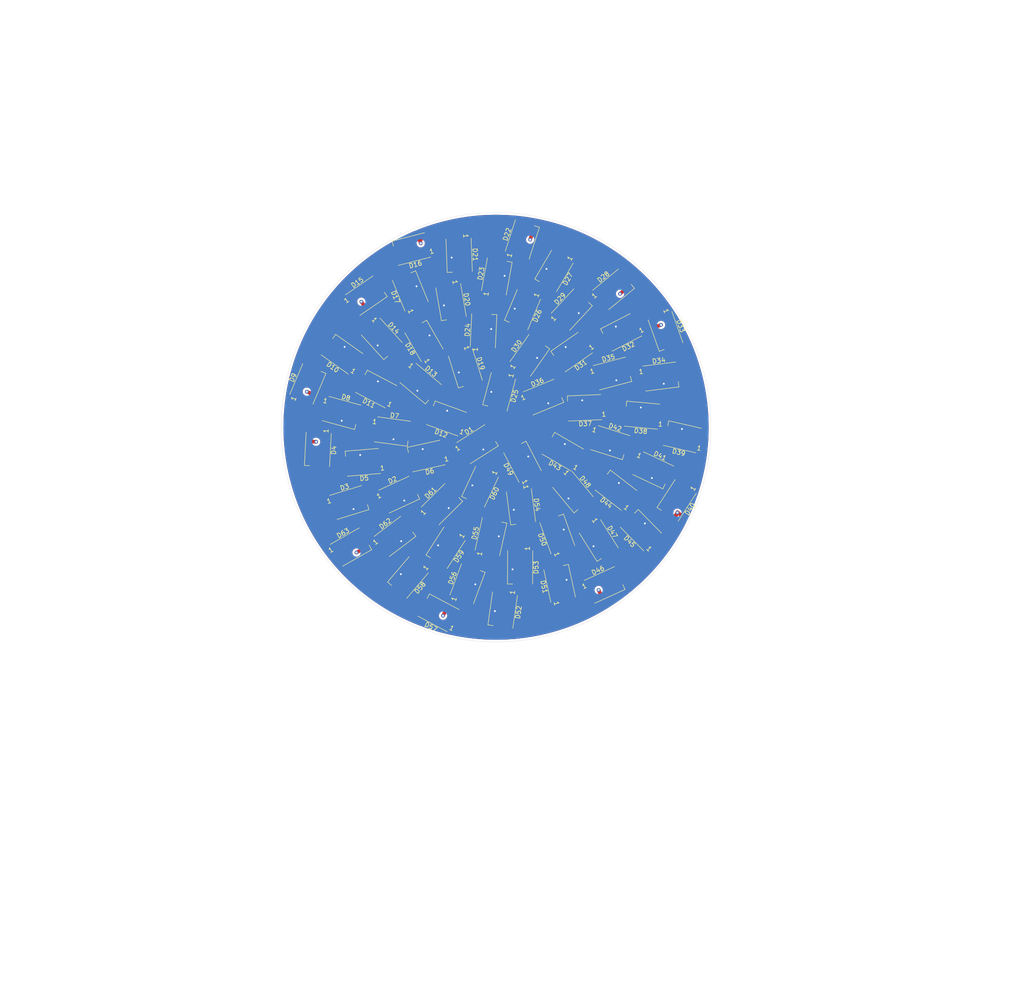
<source format=kicad_pcb>
(kicad_pcb (version 20240108) (generator "pcbnew") (generator_version "8.0")
  (layers (0 "F.Cu" signal) (31 "B.Cu" signal) (34 "B.Paste" user) (35 "F.Paste" user) (36 "B.SilkS" user "B.Silkscreen") (37 "F.SilkS" user "F.Silkscreen") (38 "B.Mask" user) (39 "F.Mask" user) (44 "Edge.Cuts" user))
  (net 0 "")
  (net 1 "GND")
  (net 2 "Net-(D1-DOUT)")
  (net 3 "VCC")
  (net 5 "Net-(D2-DOUT)")
  (net 6 "Net-(D3-DOUT)")
  (net 7 "Net-(D4-DOUT)")
  (net 8 "Net-(D5-DOUT)")
  (net 9 "Net-(D6-DOUT)")
  (net 10 "Net-(D7-DOUT)")
  (net 11 "Net-(D8-DOUT)")
  (net 12 "Net-(D10-DIN)")
  (net 13 "Net-(D10-DOUT)")
  (net 14 "Net-(D11-DOUT)")
  (net 15 "Net-(D12-DOUT)")
  (net 16 "Net-(D13-DOUT)")
  (net 17 "Net-(D14-DOUT)")
  (net 18 "Net-(D15-DOUT)")
  (net 19 "Net-(D16-DOUT)")
  (net 20 "Net-(D17-DOUT)")
  (net 21 "Net-(D18-DOUT)")
  (net 22 "Net-(D19-DOUT)")
  (net 23 "Net-(D20-DOUT)")
  (net 24 "Net-(D21-DOUT)")
  (net 25 "Net-(D22-DOUT)")
  (net 26 "Net-(D23-DOUT)")
  (net 27 "Net-(D24-DOUT)")
  (net 28 "Net-(D25-DOUT)")
  (net 29 "Net-(D26-DOUT)")
  (net 30 "Net-(D27-DOUT)")
  (net 31 "Net-(D28-DOUT)")
  (net 32 "Net-(D29-DOUT)")
  (net 33 "Net-(D30-DOUT)")
  (net 34 "Net-(D31-DOUT)")
  (net 35 "Net-(D32-DOUT)")
  (net 36 "Net-(D33-DOUT)")
  (net 37 "Net-(D34-DOUT)")
  (net 38 "Net-(D35-DOUT)")
  (net 39 "Net-(D36-DOUT)")
  (net 40 "Net-(D37-DOUT)")
  (net 41 "Net-(D38-DOUT)")
  (net 42 "Net-(D39-DOUT)")
  (net 43 "Net-(D40-DOUT)")
  (net 44 "Net-(D41-DOUT)")
  (net 45 "Net-(D42-DOUT)")
  (net 46 "Net-(D43-DOUT)")
  (net 47 "Net-(D44-DOUT)")
  (net 48 "Net-(D45-DOUT)")
  (net 49 "Net-(D46-DOUT)")
  (net 50 "Net-(D47-DOUT)")
  (net 51 "Net-(D48-DOUT)")
  (net 52 "Net-(D49-DOUT)")
  (net 53 "Net-(D50-DOUT)")
  (net 54 "Net-(D51-DOUT)")
  (net 55 "Net-(D52-DOUT)")
  (net 56 "Net-(D53-DOUT)")
  (net 57 "Net-(D54-DOUT)")
  (net 58 "Net-(D55-DOUT)")
  (net 59 "Net-(D56-DOUT)")
  (net 60 "Net-(D57-DOUT)")
  (net 61 "Net-(D58-DOUT)")
  (net 62 "Net-(D59-DOUT)")
  (net 63 "Net-(D60-DOUT)")
  (net 64 "Net-(D61-DOUT)")
  (net 65 "unconnected-(D62-DOUT-Pad2)")
  (footprint "LED_SMD:LED_WS2812B_PLCC4_5.0x5.0mm_P3.2mm" (layer "F.Cu") (at 184.374839 109.42711 -25.336)
    (property "Reference" "D41")
    (property "Value" "WS2812B")
  )
  (footprint "LED_SMD:LED_WS2812B_PLCC4_5.0x5.0mm_P3.2mm" (layer "F.Cu") (at 138.963891 126.361986 -122.716)
    (property "Reference" "D59")
    (property "Value" "WS2812B")
  )
  (footprint "LED_SMD:LED_WS2812B_PLCC4_5.0x5.0mm_P3.2mm" (layer "F.Cu") (at 162.688258 65.794618 -120.352)
    (property "Reference" "D27")
    (property "Value" "WS2812B")
  )
  (footprint "LED_SMD:LED_WS2812B_PLCC4_5.0x5.0mm_P3.2mm" (layer "F.Cu") (at 120.86933 107.674902 -175.24)
    (property "Reference" "D5")
    (property "Value" "WS2812B")
  )
  (footprint "LED_SMD:LED_WS2812B_PLCC4_5.0x5.0mm_P3.2mm" (layer "F.Cu") (at 139.168183 98.08382 159.968)
    (property "Reference" "D12")
    (property "Value" "WS2812B")
  )
  (footprint "LED_SMD:LED_WS2812B_PLCC4_5.0x5.0mm_P3.2mm" (layer "F.Cu") (at 155.265708 130.663859 -90.256)
    (property "Reference" "D53")
    (property "Value" "WS2812B")
  )
  (footprint "LED_SMD:LED_WS2812B_PLCC4_5.0x5.0mm_P3.2mm" (layer "F.Cu") (at 190.735404 102.092079 167.06)
    (property "Reference" "D39")
    (property "Value" "WS2812B")
  )
  (footprint "LED_SMD:LED_WS2812B_PLCC4_5.0x5.0mm_P3.2mm" (layer "F.Cu") (at 163.904701 134.174687 102.14)
    (property "Reference" "D51")
    (property "Value" "WS2812B")
  )
  (footprint "LED_SMD:LED_WS2812B_PLCC4_5.0x5.0mm_P3.2mm" (layer "F.Cu") (at 166.821343 114.178942 -50.128)
    (property "Reference" "D48")
    (property "Value" "WS2812B")
  )
  (footprint "LED_SMD:LED_WS2812B_PLCC4_5.0x5.0mm_P3.2mm" (layer "F.Cu") (at 121.637451 71.206496 34.568)
    (property "Reference" "D15")
    (property "Value" "WS2812B")
  )
  (footprint "LED_SMD:LED_WS2812B_PLCC4_5.0x5.0mm_P3.2mm" (layer "F.Cu") (at 148.890735 123.948267 77.348)
    (property "Reference" "D55")
    (property "Value" "WS2812B")
  )
  (footprint "LED_SMD:LED_WS2812B_PLCC4_5.0x5.0mm_P3.2mm" (layer "F.Cu") (at 134.242194 81.11372 119.84)
    (property "Reference" "D18")
    (property "Value" "WS2812B")
  )
  (footprint "LED_SMD:LED_WS2812B_PLCC4_5.0x5.0mm_P3.2mm" (layer "F.Cu") (at 117.909736 116.461014 17.156)
    (property "Reference" "D3")
    (property "Value" "WS2812B")
  )
  (footprint "LED_SMD:LED_WS2812B_PLCC4_5.0x5.0mm_P3.2mm" (layer "F.Cu") (at 137.38914 140.606778 152.012)
    (property "Reference" "D57")
    (property "Value" "WS2812B")
  )
  (footprint "LED_SMD:LED_WS2812B_PLCC4_5.0x5.0mm_P3.2mm" (layer "F.Cu") (at 176.216254 113.782524 142.268)
    (property "Reference" "D44")
    (property "Value" "WS2812B")
  )
  (footprint "LED_SMD:LED_WS2812B_PLCC4_5.0x5.0mm_P3.2mm" (layer "F.Cu") (at 175.713558 69.803759 39.584)
    (property "Reference" "D28")
    (property "Value" "WS2812B")
  )
  (footprint "LED_SMD:LED_WS2812B_PLCC4_5.0x5.0mm_P3.2mm" (layer "F.Cu") (at 160.376953 93.399331 22.46)
    (property "Reference" "D36")
    (property "Value" "WS2812B")
  )
  (footprint "LED_SMD:LED_WS2812B_PLCC4_5.0x5.0mm_P3.2mm" (layer "F.Cu") (at 150.165875 67.000416 79.712)
    (property "Reference" "D23")
    (property "Value" "WS2812B")
  )
  (footprint "LED_SMD:LED_WS2812B_PLCC4_5.0x5.0mm_P3.2mm" (layer "F.Cu") (at 177.363151 79.239269 -152.812)
    (property "Reference" "D32")
    (property "Value" "WS2812B")
  )
  (footprint "LED_SMD:LED_WS2812B_PLCC4_5.0x5.0mm_P3.2mm" (layer "F.Cu") (at 155.796065 107.560134 117.476)
    (property "Reference" "D49")
    (property "Value" "WS2812B")
  )
  (footprint "LED_SMD:LED_WS2812B_PLCC4_5.0x5.0mm_P3.2mm" (layer "F.Cu") (at 157.372401 84.247295 54.92)
    (property "Reference" "D30")
    (property "Value" "WS2812B")
  )
  (footprint "LED_SMD:LED_WS2812B_PLCC4_5.0x5.0mm_P3.2mm" (layer "F.Cu") (at 133.515984 90.446087 -40.096)
    (property "Reference" "D13")
    (property "Value" "WS2812B")
  )
  (footprint "LED_SMD:LED_WS2812B_PLCC4_5.0x5.0mm_P3.2mm" (layer "F.Cu") (at 181.701031 122.52875 134.6)
    (property "Reference" "D45")
    (property "Value" "WS2812B")
  )
  (footprint "LED_SMD:LED_WS2812B_PLCC4_5.0x5.0mm_P3.2mm" (layer "F.Cu") (at 155.458579 117.405571 -82.588)
    (property "Reference" "D54")
    (property "Value" "WS2812B")
  )
  (footprint "LED_SMD:LED_WS2812B_PLCC4_5.0x5.0mm_P3.2mm" (layer "F.Cu") (at 166.541416 83.541521 -145.144)
    (property "Reference" "D31")
    (property "Value" "WS2812B")
  )
  (footprint "LED_SMD:LED_WS2812B_PLCC4_5.0x5.0mm_P3.2mm" (layer "F.Cu") (at 151.450475 140.014323 -97.924)
    (property "Reference" "D52")
    (property "Value" "WS2812B")
  )
  (footprint "LED_SMD:LED_WS2812B_PLCC4_5.0x5.0mm_P3.2mm" (layer "F.Cu") (at 187.072279 79.008427 -70.48)
    (property "Reference" "D33")
    (property "Value" "WS2812B")
  )
  (footprint "LED_SMD:LED_WS2812B_PLCC4_5.0x5.0mm_P3.2mm" (layer "F.Cu") (at 127.900375 123.882139 37.22)
    (property "Reference" "D62")
    (property "Value" "WS2812B")
  )
  (footprint "LED_SMD:LED_WS2812B_PLCC4_5.0x5.0mm_P3.2mm" (layer "F.Cu") (at 166.565202 74.244533 47.252)
    (property "Reference" "D29")
    (property "Value" "WS2812B")
  )
  (footprint "LED_SMD:LED_WS2812B_PLCC4_5.0x5.0mm_P3.2mm" (layer "F.Cu") (at 118.26507 126.208666 29.552)
    (property "Reference" "D63")
    (property "Value" "WS2812B")
  )
  (footprint "LED_SMD:LED_WS2812B_PLCC4_5.0x5.0mm_P3.2mm" (layer "F.Cu") (at 143.768409 134.222321 69.68)
    (property "Reference" "D56")
    (property "Value" "WS2812B")
  )
  (footprint "LED_SMD:LED_WS2812B_PLCC4_5.0x5.0mm_P3.2mm" (layer "F.Cu") (at 143.293422 87.085983 -72.556)
    (property "Reference" "D19")
    (property "Value" "WS2812B")
  )
  (footprint "LED_SMD:LED_WS2812B_PLCC4_5.0x5.0mm_P3.2mm" (layer "F.Cu") (at 181.961107 97.356593 174.728)
    (property "Reference" "D38")
    (property "Value" "WS2812B")
  )
  (footprint "LED_SMD:LED_WS2812B_PLCC4_5.0x5.0mm_P3.2mm" (layer "F.Cu") (at 127.342218 100.935381 -7.636)
    (property "Reference" "D7")
    (property "Value" "WS2812B")
  )
  (footprint "LED_SMD:LED_WS2812B_PLCC4_5.0x5.0mm_P3.2mm" (layer "F.Cu") (at 123.801809 91.63909 152.3)
    (property "Reference" "D11")
    (property "Value" "WS2812B")
  )
  (footprint "LED_SMD:LED_WS2812B_PLCC4_5.0x5.0mm_P3.2mm" (layer "F.Cu") (at 141.924429 62.356472 -87.892)
    (property "Reference" "D21")
    (property "Value" "WS2812B")
  )
  (footprint "LED_SMD:LED_WS2812B_PLCC4_5.0x5.0mm_P3.2mm" (layer "F.Cu") (at 150.680076 92.251613 -105.016)
    (property "Reference" "D25")
    (property "Value" "WS2812B")
  )
  (footprint "LED_SMD:LED_WS2812B_PLCC4_5.0x5.0mm_P3.2mm" (layer "F.Cu") (at 155.747456 58.875594 72.044)
    (property "Reference" "D22")
    (property "Value" "WS2812B")
  )
  (footprint "LED_SMD:LED_WS2812B_PLCC4_5.0x5.0mm_P3.2mm" (layer "F.Cu") (at 131.248164 70.190292 112.172)
    (property "Reference" "D17")
    (property "Value" "WS2812B")
  )
  (footprint "LED_SMD:LED_WS2812B_PLCC4_5.0x5.0mm_P3.2mm" (layer "F.Cu") (at 147.263846 78.875051 87.38)
    (property "Reference" "D24")
    (property "Value" "WS2812B")
  )
  (footprint "LED_SMD:LED_WS2812B_PLCC4_5.0x5.0mm_P3.2mm" (layer "F.Cu") (at 174.978787 103.363059 -17.668)
    (property "Reference" "D42")
    (property "Value" "WS2812B")
  )
  (footprint "LED_SMD:LED_WS2812B_PLCC4_5.0x5.0mm_P3.2mm" (layer "F.Cu") (at 116.294119 84.018334 144.632)
    (property "Reference" "D10")
    (property "Value" "WS2812B")
  )
  (footprint "LED_SMD:LED_WS2812B_PLCC4_5.0x5.0mm_P3.2mm" (layer "F.Cu") (at 169.368228 95.743036 -177.604)
    (property "Reference" "D37")
    (property "Value" "WS2812B")
  )
  (footprint "LED_SMD:LED_WS2812B_PLCC4_5.0x5.0mm_P3.2mm" (layer "F.Cu") (at 130.726702 132.871568 -130.384)
    (property "Reference" "D58")
    (property "Value" "WS2812B")
  )
  (footprint "LED_SMD:LED_WS2812B_PLCC4_5.0x5.0mm_P3.2mm" (layer "F.Cu") (at 163.393923 123.379538 109.808)
    (property "Reference" "D50")
    (property "Value" "WS2812B")
  )
  (footprint "LED_SMD:LED_WS2812B_PLCC4_5.0x5.0mm_P3.2mm" (layer "F.Cu") (at 138.163374 116.834318 44.888)
    (property "Reference" "D61")
    (property "Value" "WS2812B")
  )
  (footprint "LED_SMD:LED_WS2812B_PLCC4_5.0x5.0mm_P3.2mm" (layer "F.Cu") (at 131.5 61 -165.496)
    (property "Reference" "D16")
    (property "Value" "WS2812B")
  )
  (footprint "LED_SMD:LED_WS2812B_PLCC4_5.0x5.0mm_P3.2mm" (layer "F.Cu") (at 175.459905 88.240185 14.792)
    (property "Reference" "D35")
    (property "Value" "WS2812B")
  )
  (footprint "LED_SMD:LED_WS2812B_PLCC4_5.0x5.0mm_P3.2mm" (layer "F.Cu") (at 155.791713 74.266635 -112.684)
    (property "Reference" "D26")
    (property "Value" "WS2812B")
  )
  (footprint "LED_SMD:LED_WS2812B_PLCC4_5.0x5.0mm_P3.2mm" (layer "F.Cu") (at 164.612234 105.33691 149.936)
    (property "Reference" "D43")
    (property "Value" "WS2812B")
  )
  (footprint "LED_SMD:LED_WS2812B_PLCC4_5.0x5.0mm_P3.2mm" (layer "F.Cu") (at 111.022651 104.849358 -92.908)
    (property "Reference" "D4")
    (property "Value" "WS2812B")
  )
  (footprint "LED_SMD:LED_WS2812B_PLCC4_5.0x5.0mm_P3.2mm" (layer "F.Cu") (at 173.746602 134.505055 24.536)
    (property "Reference" "D46")
    (property "Value" "WS2812B")
  )
  (footprint "LED_SMD:LED_WS2812B_PLCC4_5.0x5.0mm_P3.2mm" (layer "F.Cu") (at 145.944455 103.715179 32.492)
    (property "Reference" "D1")
    (property "Value" "WS2812B")
  )
  (footprint "LED_SMD:LED_WS2812B_PLCC4_5.0x5.0mm_P3.2mm" (layer "F.Cu") (at 125.022815 80.650833 -47.764)
    (property "Reference" "D14")
    (property "Value" "WS2812B")
  )
  (footprint "LED_SMD:LED_WS2812B_PLCC4_5.0x5.0mm_P3.2mm" (layer "F.Cu") (at 186.034579 88.89779 7.124)
    (property "Reference" "D34")
    (property "Value" "WS2812B")
  )
  (footprint "LED_SMD:LED_WS2812B_PLCC4_5.0x5.0mm_P3.2mm" (layer "F.Cu") (at 146.502239 113.010214 -115.048)
    (property "Reference" "D60")
    (property "Value" "WS2812B")
  )
  (footprint "LED_SMD:LED_WS2812B_PLCC4_5.0x5.0mm_P3.2mm" (layer "F.Cu") (at 189.5 116 -123.004)
    (property "Reference" "D40")
    (property "Value" "WS2812B")
  )
  (footprint "LED_SMD:LED_WS2812B_PLCC4_5.0x5.0mm_P3.2mm" (layer "F.Cu") (at 140.153091 72.613171 -80.224)
    (property "Reference" "D20")
    (property "Value" "WS2812B")
  )
  (footprint "LED_SMD:LED_WS2812B_PLCC4_5.0x5.0mm_P3.2mm" (layer "F.Cu") (at 116.240892 96.865885 -15.304)
    (property "Reference" "D8")
    (property "Value" "WS2812B")
  )
  (footprint "LED_SMD:LED_WS2812B_PLCC4_5.0x5.0mm_P3.2mm" (layer "F.Cu") (at 134.748064 106.295115 -167.572)
    (property "Reference" "D6")
    (property "Value" "WS2812B")
  )
  (footprint "LED_SMD:LED_WS2812B_PLCC4_5.0x5.0mm_P3.2mm" (layer "F.Cu") (at 108.831829 90.516767 67.028)
    (property "Reference" "D9")
    (property "Value" "WS2812B")
  )
  (footprint "LED_SMD:LED_WS2812B_PLCC4_5.0x5.0mm_P3.2mm" (layer "F.Cu") (at 172.474272 124.782192 -57.796)
    (property "Reference" "D47")
    (property "Value" "WS2812B")
  )
  (footprint "LED_SMD:LED_WS2812B_PLCC4_5.0x5.0mm_P3.2mm" (layer "F.Cu") (at 128.822747 114.731733 24.824)
    (property "Reference" "D2")
    (property "Value" "WS2812B")
  )
  (gr_circle (center 150 100) (end 197 100) (stroke (width 0.05)) (fill none) (layer "Edge.Cuts"))
  (segment (start 179.67308 95.488457) (end 181.664619 95.672224) (width 0.8) (layer "F.Cu") (net 1))
  (segment (start 156.129578 104.625212) (end 157.052332 106.39962) (width 0.8) (layer "F.Cu") (net 1))
  (segment (start 165.002564 131.43248) (end 165.423166 133.387753) (width 0.8) (layer "F.Cu") (net 1))
  (segment (start 149.478474 142.213462) (end 149.754192 140.232559) (width 0.8) (layer "F.Cu") (net 1))
  (segment (start 136.251483 127.531533) (end 137.332433 125.848814) (width 0.8) (layer "F.Cu") (net 1))
  (segment (start 163.318437 102.681521) (end 165.049369 103.683455) (width 0.8) (layer "F.Cu") (net 1))
  (segment (start 118.290859 106.233899) (end 120.283961 106.067935) (width 0.8) (layer "F.Cu") (net 1))
  (segment (start 169.439872 73.565364) (end 168.082322 75.034056) (width 0.8) (layer "F.Cu") (net 1))
  (segment (start 129.551241 102.896303) (end 127.568977 102.630545) (width 0.8) (layer "F.Cu") (net 1))
  (segment (start 181.155599 119.625734) (end 182.559905 121.049786) (width 0.8) (layer "F.Cu") (net 1))
  (segment (start 153.324509 75.890797) (end 154.095805 74.045506) (width 0.8) (layer "F.Cu") (net 1))
  (segment (start 166.85139 94.196903) (end 168.849641 94.113292) (width 0.8) (layer "F.Cu") (net 1))
  (segment (start 127.882493 133.668733) (end 129.178307 132.145295) (width 0.8) (layer "F.Cu") (net 1))
  (segment (start 175.288342 110.978245) (end 176.870105 112.202182) (width 0.8) (layer "F.Cu") (net 1))
  (segment (start 146.16652 132.497774) (end 145.471994 134.373309) (width 0.8) (layer "F.Cu") (net 1))
  (segment (start 164.116068 120.515362) (end 164.793806 122.397028) (width 0.8) (layer "F.Cu") (net 1))
  (segment (start 115.251326 81.254716) (end 116.882228 82.412367) (width 0.8) (layer "F.Cu") (net 1))
  (segment (start 163.271475 93.988179) (end 161.423183 94.752255) (width 0.8) (layer "F.Cu") (net 1))
  (segment (start 140.365665 64.865506) (end 140.292099 62.86686) (width 0.8) (layer "F.Cu") (net 1))
  (segment (start 158.072392 57.053598) (end 157.455819 58.956185) (width 0.8) (layer "F.Cu") (net 1))
  (segment (start 148.897298 103.790803) (end 147.210366 104.865166) (width 0.8) (layer "F.Cu") (net 1))
  (segment (start 122.399584 89.039328) (end 124.170371 89.969012) (width 0.8) (layer "F.Cu") (net 1))
  (segment (start 131.851554 67.298766) (end 132.60633 69.150876) (width 0.8) (layer "F.Cu") (net 1))
  (segment (start 118.888662 70.125219) (end 129.827099 58.634841) (width 0.25) (layer "F.Cu") (net 1))
  (segment (start 178.653146 69.514238) (end 177.111764 70.788655) (width 0.8) (layer "F.Cu") (net 1))
  (segment (start 149.024115 76.503036) (end 148.932692 78.500945) (width 0.8) (layer "F.Cu") (net 1))
  (segment (start 134.327436 93.286254) (end 132.797504 91.998114) (width 0.8) (layer "F.Cu") (net 1))
  (segment (start 151.037291 121.919155) (end 150.599234 123.870591) (width 0.8) (layer "F.Cu") (net 1))
  (segment (start 152.226908 64.88449) (end 151.869716 66.852334) (width 0.8) (layer "F.Cu") (net 1))
  (segment (start 131.739094 115.200687) (end 129.923891 116.040351) (width 0.8) (layer "F.Cu") (net 1))
  (segment (start 138.943052 75.307759) (end 138.603459 73.336801) (width 0.8) (layer "F.Cu") (net 1))
  (segment (start 154.138424 120.047955) (end 153.880418 118.064667) (width 0.8) (layer "F.Cu") (net 1))
  (segment (start 120.737431 117.31491) (end 118.826421 117.904858) (width 0.8) (layer "F.Cu") (net 1))
  (segment (start 176.812447 105.678808) (end 174.906785 105.071807) (width 0.8) (layer "F.Cu") (net 1))
  (segment (start 134.454364 78.167539) (end 135.449523 79.902375) (width 0.8) (layer "F.Cu") (net 1))
  (segment (start 178.249972 89.209991) (end 176.316254 89.720612) (width 0.8) (layer "F.Cu") (net 1))
  (segment (start 118.168511 99.104028) (end 116.239434 98.576148) (width 0.8) (layer "F.Cu") (net 1))
  (segment (start 172.383806 127.734617) (end 171.317936 126.042306) (width 0.8) (layer "F.Cu") (net 1))
  (segment (start 141.063612 116.274301) (end 139.646637 117.685747) (width 0.8) (layer "F.Cu") (net 1))
  (segment (start 132.000374 105.21105) (end 133.953508 104.780625) (width 0.8) (layer "F.Cu") (net 1))
  (segment (start 143.970141 114.531227) (end 144.816895 112.719321) (width 0.8) (layer "F.Cu") (net 1))
  (segment (start 163.587967 83.58776) (end 165.229149 82.444729) (width 0.8) (layer "F.Cu") (net 1))
  (segment (start 148.45165 94.190458) (end 148.969827 92.258751) (width 0.8) (layer "F.Cu") (net 1))
  (segment (start 142.45375 89.917935) (end 141.854203 88.009915) (width 0.8) (layer "F.Cu") (net 1))
  (segment (start 185.883105 111.966821) (end 184.075478 111.11097) (width 0.8) (layer "F.Cu") (net 1))
  (segment (start 188.670293 90.23121) (end 186.685733 90.479244) (width 0.8) (layer "F.Cu") (net 1))
  (segment (start 174.429942 78.891008) (end 176.208966 77.977185) (width 0.8) (layer "F.Cu") (net 1))
  (segment (start 188.717107 99.935351) (end 190.666317 100.383212) (width 0.8) (layer "F.Cu") (net 1))
  (segment (start 137.431604 95.694408) (end 139.310606 96.379497) (width 0.8) (layer "F.Cu") (net 1))
  (segment (start 130.849403 123.714116) (end 129.256766 124.92387) (width 0.8) (layer "F.Cu") (net 1))
  (segment (start 160.130742 83.190624) (end 158.981303 84.827324) (width 0.8) (layer "F.Cu") (net 1))
  (segment (start 153.604778 133.106462) (end 153.613714 131.106482) (width 0.8) (layer "F.Cu") (net 1))
  (segment (start 125.44804 83.573877) (end 124.103669 82.093113) (width 0.8) (layer "F.Cu") (net 1))
  (segment (start 121.210148 126.435642) (end 119.470332 127.422068) (width 0.8) (layer "F.Cu") (net 1))
  (segment (start 167.125636 117.117038) (end 165.843487 115.582081) (width 0.8) (layer "F.Cu") (net 1))
  (segment (start 160.026399 67.075051) (end 161.037021 65.349177) (width 0.8) (layer "F.Cu") (net 1))
  (via (at 176.870105 112.202182) (size 0.8) (drill 0.4) (layers "F.Cu" "B.Cu") (net 1))
  (via (at 165.049369 103.683455) (size 0.8) (drill 0.4) (layers "F.Cu" "B.Cu") (net 1))
  (via (at 161.037021 65.349177) (size 0.8) (drill 0.4) (layers "F.Cu" "B.Cu") (net 1))
  (via (at 120.283961 106.067935) (size 0.8) (drill 0.4) (layers "F.Cu" "B.Cu") (net 1))
  (via (at 165.229149 82.444729) (size 0.8) (drill 0.4) (layers "F.Cu" "B.Cu") (net 1))
  (via (at 174.906785 105.071807) (size 0.8) (drill 0.4) (layers "F.Cu" "B.Cu") (net 1))
  (via (at 168.849641 94.113292) (size 0.8) (drill 0.4) (layers "F.Cu" "B.Cu") (net 1))
  (via (at 157.455819 58.956185) (size 0.8) (drill 0.4) (layers "F.Cu" "B.Cu") (net 1))
  (via (at 124.103669 82.093113) (size 0.8) (drill 0.4) (layers "F.Cu" "B.Cu") (net 1))
  (via (at 151.869716 66.852334) (size 0.8) (drill 0.4) (layers "F.Cu" "B.Cu") (net 1))
  (via (at 147.210366 104.865166) (size 0.8) (drill 0.4) (layers "F.Cu" "B.Cu") (net 1))
  (via (at 140.292099 62.86686) (size 0.8) (drill 0.4) (layers "F.Cu" "B.Cu") (net 1))
  (via (at 132.797504 91.998114) (size 0.8) (drill 0.4) (layers "F.Cu" "B.Cu") (net 1))
  (via (at 119.470332 127.422068) (size 0.8) (drill 0.4) (layers "F.Cu" "B.Cu") (net 1))
  (via (at 153.880418 118.064667) (size 0.8) (drill 0.4) (layers "F.Cu" "B.Cu") (net 1))
  (via (at 116.882228 82.412367) (size 0.8) (drill 0.4) (layers "F.Cu" "B.Cu") (net 1))
  (via (at 176.208966 77.977185) (size 0.8) (drill 0.4) (layers "F.Cu" "B.Cu") (net 1))
  (via (at 154.095805 74.045506) (size 0.8) (drill 0.4) (layers "F.Cu" "B.Cu") (net 1))
  (via (at 139.310606 96.379497) (size 0.8) (drill 0.4) (layers "F.Cu" "B.Cu") (net 1))
  (via (at 186.685733 90.479244) (size 0.8) (drill 0.4) (layers "F.Cu" "B.Cu") (net 1))
  (via (at 137.332433 125.848814) (size 0.8) (drill 0.4) (layers "F.Cu" "B.Cu") (net 1))
  (via (at 144.816895 112.719321) (size 0.8) (drill 0.4) (layers "F.Cu" "B.Cu") (net 1))
  (via (at 153.613714 131.106482) (size 0.8) (drill 0.4) (layers "F.Cu" "B.Cu") (net 1))
  (via (at 168.082322 75.034056) (size 0.8) (drill 0.4) (layers "F.Cu" "B.Cu") (net 1))
  (via (at 150.599234 123.870591) (size 0.8) (drill 0.4) (layers "F.Cu" "B.Cu") (net 1))
  (via (at 165.843487 115.582081) (size 0.8) (drill 0.4) (layers "F.Cu" "B.Cu") (net 1))
  (via (at 164.793806 122.397028) (size 0.8) (drill 0.4) (layers "F.Cu" "B.Cu") (net 1))
  (via (at 129.178307 132.145295) (size 0.8) (drill 0.4) (layers "F.Cu" "B.Cu") (net 1))
  (via (at 141.854203 88.009915) (size 0.8) (drill 0.4) (layers "F.Cu" "B.Cu") (net 1))
  (via (at 139.646637 117.685747) (size 0.8) (drill 0.4) (layers "F.Cu" "B.Cu") (net 1))
  (via (at 133.953508 104.780625) (size 0.8) (drill 0.4) (layers "F.Cu" "B.Cu") (net 1))
  (via (at 135.449523 79.902375) (size 0.8) (drill 0.4) (layers "F.Cu" "B.Cu") (net 1))
  (via (at 161.423183 94.752255) (size 0.8) (drill 0.4) (layers "F.Cu" "B.Cu") (net 1))
  (via (at 138.603459 73.336801) (size 0.8) (drill 0.4) (layers "F.Cu" "B.Cu") (net 1))
  (via (at 176.316254 89.720612) (size 0.8) (drill 0.4) (layers "F.Cu" "B.Cu") (net 1))
  (via (at 148.932692 78.500945) (size 0.8) (drill 0.4) (layers "F.Cu" "B.Cu") (net 1))
  (via (at 145.471994 134.373309) (size 0.8) (drill 0.4) (layers "F.Cu" "B.Cu") (net 1))
  (via (at 149.754192 140.232559) (size 0.8) (drill 0.4) (layers "F.Cu" "B.Cu") (net 1))
  (via (at 118.826421 117.904858) (size 0.8) (drill 0.4) (layers "F.Cu" "B.Cu") (net 1))
  (via (at 129.923891 116.040351) (size 0.8) (drill 0.4) (layers "F.Cu" "B.Cu") (net 1))
  (via (at 129.256766 124.92387) (size 0.8) (drill 0.4) (layers "F.Cu" "B.Cu") (net 1))
  (via (at 190.666317 100.383212) (size 0.8) (drill 0.4) (layers "F.Cu" "B.Cu") (net 1))
  (via (at 182.559905 121.049786) (size 0.8) (drill 0.4) (layers "F.Cu" "B.Cu") (net 1))
  (via (at 132.60633 69.150876) (size 0.8) (drill 0.4) (layers "F.Cu" "B.Cu") (net 1))
  (via (at 165.423166 133.387753) (size 0.8) (drill 0.4) (layers "F.Cu" "B.Cu") (net 1))
  (via (at 124.170371 89.969012) (size 0.8) (drill 0.4) (layers "F.Cu" "B.Cu") (net 1))
  (via (at 171.317936 126.042306) (size 0.8) (drill 0.4) (layers "F.Cu" "B.Cu") (net 1))
  (via (at 177.111764 70.788655) (size 0.8) (drill 0.4) (layers "F.Cu" "B.Cu") (net 1))
  (via (at 116.239434 98.576148) (size 0.8) (drill 0.4) (layers "F.Cu" "B.Cu") (net 1))
  (via (at 157.052332 106.39962) (size 0.8) (drill 0.4) (layers "F.Cu" "B.Cu") (net 1))
  (via (at 181.664619 95.672224) (size 0.8) (drill 0.4) (layers "F.Cu" "B.Cu") (net 1))
  (via (at 158.981303 84.827324) (size 0.8) (drill 0.4) (layers "F.Cu" "B.Cu") (net 1))
  (via (at 148.969827 92.258751) (size 0.8) (drill 0.4) (layers "F.Cu" "B.Cu") (net 1))
  (via (at 184.075478 111.11097) (size 0.8) (drill 0.4) (layers "F.Cu" "B.Cu") (net 1))
  (via (at 127.568977 102.630545) (size 0.8) (drill 0.4) (layers "F.Cu" "B.Cu") (net 1))
  (segment (start 144.764312 106.422994) (end 130.353648 112.205601) (width 0.25) (layer "F.Cu") (net 2))
  (segment (start 127.291846 117.257865) (end 119.764016 114.161743) (width 0.25) (layer "F.Cu") (net 5))
  (segment (start 116.055456 118.760285) (end 108.492097 106.372939) (width 0.25) (layer "F.Cu") (net 6))
  (segment (start 113.553205 103.325777) (end 118.5647 109.522517) (width 0.25) (layer "F.Cu") (net 7))
  (segment (start 108.659514 103.077188) (end 110.656938 103.178652) (width 0.8) (layer "F.Cu") (net 7))
  (via (at 110.656938 103.178652) (size 0.8) (drill 0.4) (layers "F.Cu" "B.Cu") (net 7))
  (segment (start 123.17396 105.827287) (end 132.710575 108.433722) (width 0.25) (layer "F.Cu") (net 8))
  (segment (start 136.785553 104.156508) (end 129.989743 99.625567) (width 0.25) (layer "F.Cu") (net 9))
  (segment (start 124.694693 102.245195) (end 119.039514 95.92105) (width 0.25) (layer "F.Cu") (net 10))
  (segment (start 113.44227 97.81072) (end 111.731497 89.953808) (width 0.25) (layer "F.Cu") (net 11))
  (segment (start 110.443569 92.992104) (end 108.602178 92.211542) (width 0.8) (layer "F.Cu") (net 12))
  (segment (start 105.932161 91.079726) (end 113.341201 83.945705) (width 0.25) (layer "F.Cu") (net 12))
  (via (at 108.602178 92.211542) (size 0.8) (drill 0.4) (layers "F.Cu" "B.Cu") (net 12))
  (segment (start 119.247037 84.090963) (end 120.865605 91.961126) (width 0.25) (layer "F.Cu") (net 13))
  (segment (start 126.738013 91.317054) (end 136.301205 98.794762) (width 0.25) (layer "F.Cu") (net 14))
  (segment (start 142.035161 97.372878) (end 136.452867 90.761865) (width 0.25) (layer "F.Cu") (net 15))
  (segment (start 130.579101 90.130309) (end 127.891301 81.355663) (width 0.25) (layer "F.Cu") (net 16))
  (segment (start 122.154329 79.946003) (end 124.38624 72.287773) (width 0.25) (layer "F.Cu") (net 17))
  (segment (start 121.668844 74.16014) (end 120.534077 72.513234) (width 0.8) (layer "F.Cu") (net 18))
  (via (at 120.534077 72.513234) (size 0.8) (drill 0.4) (layers "F.Cu" "B.Cu") (net 18))
  (segment (start 133.021928 57.808364) (end 133.522823 59.744624) (width 0.8) (layer "F.Cu") (net 19))
  (segment (start 134.249121 62.552201) (end 128.795572 68.544148) (width 0.25) (layer "F.Cu") (net 19))
  (via (at 133.522823 59.744624) (size 0.8) (drill 0.4) (layers "F.Cu" "B.Cu") (net 19))
  (segment (start 133.700756 71.836436) (end 131.591884 79.809552) (width 0.25) (layer "F.Cu") (net 20))
  (segment (start 136.892504 82.417888) (end 145.601984 88.928682) (width 0.25) (layer "F.Cu") (net 21))
  (segment (start 140.98486 85.243284) (end 142.195133 74.74743) (width 0.25) (layer "F.Cu") (net 22))
  (segment (start 138.111049 70.478912) (end 143.663431 64.744122) (width 0.25) (layer "F.Cu") (net 23))
  (segment (start 140.185427 59.968822) (end 154.933124 56.036252) (width 0.25) (layer "F.Cu") (net 24))
  (segment (start 156.561788 61.714936) (end 148.979963 64.295122) (width 0.25) (layer "F.Cu") (net 25))
  (segment (start 151.351787 69.70571) (end 145.727564 76.352188) (width 0.25) (layer "F.Cu") (net 26))
  (segment (start 148.800128 81.397914) (end 151.638967 95.045451) (width 0.25) (layer "F.Cu") (net 27))
  (segment (start 149.721185 89.457775) (end 156.36924 77.163437) (width 0.25) (layer "F.Cu") (net 28))
  (segment (start 155.214186 71.369833) (end 162.874093 68.742578) (width 0.25) (layer "F.Cu") (net 29))
  (segment (start 162.502423 62.846658) (end 176.550357 66.970957) (width 0.25) (layer "F.Cu") (net 30))
  (segment (start 174.876759 72.636561) (end 167.01653 71.325406) (width 0.25) (layer "F.Cu") (net 31))
  (segment (start 166.113874 77.16366) (end 157.430186 81.294049) (width 0.25) (layer "F.Cu") (net 32))
  (segment (start 157.314616 87.200541) (end 165.473969 86.29571) (width 0.25) (layer "F.Cu") (net 33))
  (segment (start 167.608863 80.787332) (end 175.937751 81.826397) (width 0.25) (layer "F.Cu") (net 34))
  (segment (start 178.788551 76.652141) (end 185.314417 81.382226) (width 0.25) (layer "F.Cu") (net 35))
  (segment (start 188.830141 76.634628) (end 188.261037 86.956686) (width 0.25) (layer "F.Cu") (net 36))
  (segment (start 184.211769 78.271894) (end 186.096818 77.603623) (width 0.8) (layer "F.Cu") (net 36))
  (via (at 186.096818 77.603623) (size 0.8) (drill 0.4) (layers "F.Cu" "B.Cu") (net 36))
  (segment (start 183.808121 90.838894) (end 177.407447 86.019356) (width 0.25) (layer "F.Cu") (net 37))
  (segment (start 173.512363 90.461014) (end 162.010749 90.938495) (width 0.25) (layer "F.Cu") (net 38))
  (segment (start 158.743157 95.860167) (end 166.98935 97.494018) (width 0.25) (layer "F.Cu") (net 39))
  (segment (start 171.747106 93.992054) (end 179.369863 98.774497) (width 0.25) (layer "F.Cu") (net 40))
  (segment (start 184.552351 95.938689) (end 187.978136 103.151548) (width 0.25) (layer "F.Cu") (net 41))
  (segment (start 193.492672 101.03261) (end 193.136754 117.010897) (width 0.25) (layer "F.Cu") (net 42))
  (segment (start 191.339252 119.778385) (end 189.661987 118.68899) (width 0.8) (layer "F.Cu") (net 42))
  (via (at 189.661987 118.68899) (size 0.8) (drill 0.4) (layers "F.Cu" "B.Cu") (net 42))
  (segment (start 187.229952 117.109367) (end 187.295261 108.984235) (width 0.25) (layer "F.Cu") (net 43))
  (segment (start 181.454417 109.869985) (end 177.814 102.534465) (width 0.25) (layer "F.Cu") (net 44))
  (segment (start 172.143574 104.191653) (end 161.665246 105.53756) (width 0.25) (layer "F.Cu") (net 45))
  (segment (start 167.559222 105.13626) (end 173.268845 113.588155) (width 0.25) (layer "F.Cu") (net 46))
  (segment (start 179.163663 113.976893) (end 178.805913 121.942839) (width 0.25) (layer "F.Cu") (net 47))
  (segment (start 184.596149 123.114661) (end 176.265007 136.048634) (width 0.25) (layer "F.Cu") (net 48))
  (segment (start 173.262995 137.419008) (end 172.432466 135.599607) (width 0.8) (layer "F.Cu") (net 49))
  (segment (start 171.228197 132.961476) (end 175.176121 125.975931) (width 0.25) (layer "F.Cu") (net 49))
  (via (at 172.432466 135.599607) (size 0.8) (drill 0.4) (layers "F.Cu" "B.Cu") (net 49))
  (segment (start 169.772423 123.588453) (end 169.658315 115.001491) (width 0.25) (layer "F.Cu") (net 50))
  (segment (start 163.984371 113.356393) (end 153.201804 106.147756) (width 0.25) (layer "F.Cu") (net 51))
  (segment (start 158.390326 108.972512) (end 161.011318 121.63363) (width 0.25) (layer "F.Cu") (net 52))
  (segment (start 165.776528 125.125446) (end 161.776363 132.126474) (width 0.25) (layer "F.Cu") (net 53))
  (segment (start 166.033039 136.2229) (end 152.746965 142.668398) (width 0.25) (layer "F.Cu") (net 54))
  (segment (start 150.153985 137.360248) (end 156.904745 133.121207) (width 0.25) (layer "F.Cu") (net 55))
  (segment (start 153.626671 128.206511) (end 157.41085 119.622244) (width 0.25) (layer "F.Cu") (net 56))
  (segment (start 153.506308 115.188898) (end 147.81742 121.196359) (width 0.25) (layer "F.Cu") (net 57))
  (segment (start 149.96405 126.700175) (end 143.071887 131.351806) (width 0.25) (layer "F.Cu") (net 58))
  (segment (start 144.464931 137.092836) (end 136.427034 137.918932) (width 0.25) (layer "F.Cu") (net 59))
  (segment (start 139.341085 139.467577) (end 138.402512 141.233668) (width 0.8) (layer "F.Cu") (net 60))
  (segment (start 137.04158 143.794502) (end 130.396166 135.806827) (width 0.25) (layer "F.Cu") (net 60))
  (via (at 138.402512 141.233668) (size 0.8) (drill 0.4) (layers "F.Cu" "B.Cu") (net 60))
  (segment (start 131.057238 129.936309) (end 139.02797 129.315102) (width 0.25) (layer "F.Cu") (net 61))
  (segment (start 138.899812 123.40887) (end 146.959788 115.928373) (width 0.25) (layer "F.Cu") (net 62))
  (segment (start 146.04469 110.092055) (end 138.734725 113.936292) (width 0.25) (layer "F.Cu") (net 63))
  (segment (start 137.592023 119.732344) (end 128.853309 121.086264) (width 0.25) (layer "F.Cu") (net 64))
  (segment (start 126.947441 126.678014) (end 119.582544 123.564945) (width 0.25) (layer "F.Cu") (net 65))
  (zone (net 3) (net_name "VCC") (layer "F.Cu") (connect_pads (clearance 0.5)) (min_thickness 0.25) (fill yes (thermal_gap 0.5) (thermal_bridge_width 0.5))
    (polygon (pts (xy 53 16) (xy 240 16) (xy 241 210.5) (xy 65 196.5)))
  )
  (zone (net 1) (net_name "GND") (layer "B.Cu") (priority 1) (connect_pads (clearance 0.5)) (min_thickness 0.25) (fill yes (thermal_gap 0.5) (thermal_bridge_width 0.5))
    (polygon (pts (xy 41.5 6.5) (xy 265.5 12.5) (xy 263 222.5) (xy 48 215)))
  )
)
</source>
